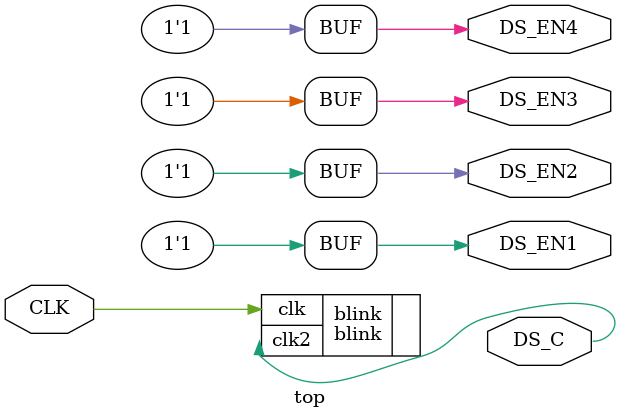
<source format=v>
module top(
	input CLK,

	output DS_C,
	output DS_EN1, DS_EN2, DS_EN3, DS_EN4
);

	assign {DS_EN1, DS_EN2, DS_EN3, DS_EN4} = 4'b1111;
	blink  blink(.clk(CLK), .clk2(DS_C));

endmodule

</source>
